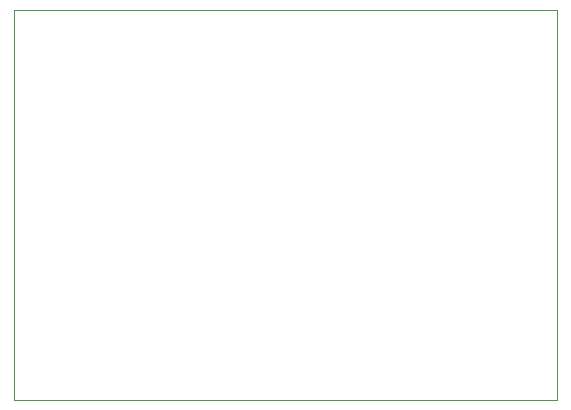
<source format=gbr>
G04 #@! TF.GenerationSoftware,KiCad,Pcbnew,(5.1.5)-3*
G04 #@! TF.CreationDate,2021-03-29T22:58:56-05:00*
G04 #@! TF.ProjectId,Sable_Bias_Voltage,5361626c-655f-4426-9961-735f566f6c74,rev?*
G04 #@! TF.SameCoordinates,Original*
G04 #@! TF.FileFunction,Profile,NP*
%FSLAX46Y46*%
G04 Gerber Fmt 4.6, Leading zero omitted, Abs format (unit mm)*
G04 Created by KiCad (PCBNEW (5.1.5)-3) date 2021-03-29 22:58:56*
%MOMM*%
%LPD*%
G04 APERTURE LIST*
%ADD10C,0.050000*%
G04 APERTURE END LIST*
D10*
X176276000Y-86360000D02*
X130302000Y-86360000D01*
X176276000Y-119380000D02*
X176276000Y-86360000D01*
X130302000Y-119380000D02*
X176276000Y-119380000D01*
X130302000Y-86360000D02*
X130302000Y-119380000D01*
M02*

</source>
